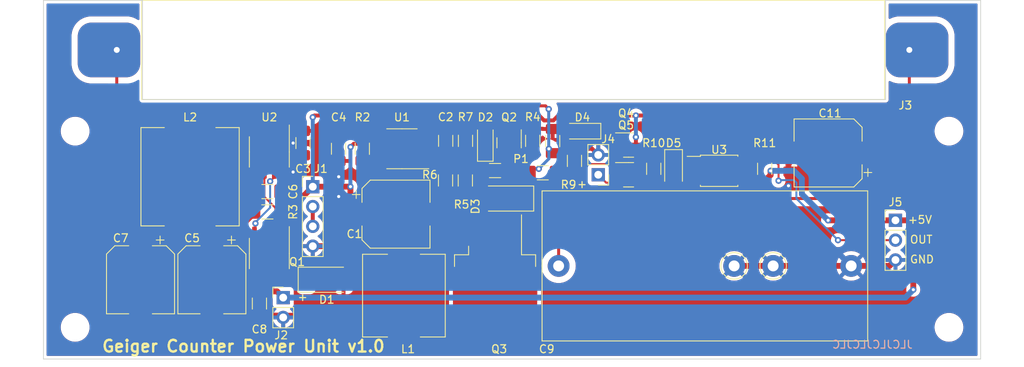
<source format=kicad_pcb>
(kicad_pcb (version 20221018) (generator pcbnew)
  (layers (0 "F.Cu" mixed) (31 "B.Cu" mixed) (36 "B.SilkS" user "B.Silkscreen") (37 "F.SilkS" user "F.Silkscreen") (38 "B.Mask" user) (39 "F.Mask" user) (44 "Edge.Cuts" user))
  (net 0 "")
  (net 1 "GND")
  (net 2 "Net-(U1-Vfb)")
  (net 3 "Net-(U1-TC)")
  (net 4 "Net-(D1-K)")
  (net 5 "Net-(D2-A)")
  (net 6 "Net-(J1-Pin_2)")
  (net 7 "Net-(U1-DC)")
  (net 8 "Net-(U2-REF)")
  (net 9 "+5V")
  (net 10 "VCC")
  (net 11 "/HV")
  (net 12 "Net-(D4-K)")
  (net 13 "Net-(D2-K)")
  (net 14 "Net-(D3-A)")
  (net 15 "Net-(D5-A)")
  (net 16 "Net-(J4-Pin_1)")
  (net 17 "Net-(P1-Pad2)")
  (net 18 "Net-(U2-CS)")
  (net 19 "Net-(Q1-G)")
  (net 20 "Net-(Q3-G)")
  (net 21 "Net-(Q4-E)")
  (net 22 "Net-(J5-Pin_2)")
  (net 23 "/HV2")
  (footprint "Sidolux:STS-5" (layer "F.Cu") (at 171.196 28.448 180)
    (fp_text reference "J3")
    (fp_text value "STS-5")
  )
  (footprint "Diode_SMD:D_MELF" (layer "F.Cu") (at 119.634 47.498 180)
    (fp_text reference "D3")
    (fp_text value "SUF4007")
  )
  (footprint "Capacitor_SMD:C_1206_3216Metric_Pad1.33x1.80mm_HandSolder" (layer "F.Cu") (at 111.76 40.102 90)
    (fp_text reference "C2")
    (fp_text value "3.3nF")
  )
  (footprint "Diode_SMD:D_MELF" (layer "F.Cu") (at 96.266 57.912)
    (fp_text reference "D1")
    (fp_text value "VSSAF3L63-M3/H")
  )
  (footprint "Connector_PinHeader_2.54mm:PinHeader_1x03_P2.54mm_Vertical" (layer "F.Cu") (at 169.418 50.292)
    (fp_text reference "J5")
    (fp_text value "Output")
  )
  (footprint "LED_SMD:LED_1206_3216Metric_Pad1.42x1.75mm_HandSolder" (layer "F.Cu") (at 140.97 43.688 -90)
    (fp_text reference "D5")
    (fp_text value "LED")
  )
  (footprint "MountingHole:MountingHole_3.2mm_M3" (layer "F.Cu") (at 64.262 64.008)
    (fp_text reference "REF**" hide)
    (fp_text value "MountingHole_3.2mm_M3")
  )
  (footprint "Resistor_SMD:R_1206_3216Metric_Pad1.30x1.75mm_HandSolder" (layer "F.Cu") (at 125.476 40.132 90)
    (fp_text reference "R8" hide)
    (fp_text value "4.7M")
  )
  (footprint "Capacitor_SMD:C_1206_3216Metric_Pad1.33x1.80mm_HandSolder" (layer "F.Cu") (at 124.206 44.196 180)
    (fp_text reference "C10" hide)
    (fp_text value "68pF")
  )
  (footprint "Resistor_SMD:R_1206_3216Metric_Pad1.30x1.75mm_HandSolder" (layer "F.Cu") (at 122.917 40.102 90)
    (fp_text reference "R4")
    (fp_text value "1k")
  )
  (footprint "Capacitor_SMD:CP_Elec_8x10.5" (layer "F.Cu") (at 72.644 57.912 -90)
    (fp_text reference "C7")
    (fp_text value "330uF")
  )
  (footprint "Resistor_SMD:R_1206_3216Metric_Pad1.30x1.75mm_HandSolder" (layer "F.Cu") (at 128.27 42.672 90)
    (fp_text reference "R9")
    (fp_text value "4.7M")
  )
  (footprint "MountingHole:MountingHole_3.2mm_M3" (layer "F.Cu") (at 176.276 38.862)
    (fp_text reference "REF**" hide)
    (fp_text value "MountingHole_3.2mm_M3")
  )
  (footprint "Package_TO_SOT_SMD:SOT-23" (layer "F.Cu") (at 119.888 40.356 -90)
    (fp_text reference "Q2")
    (fp_text value "BC857")
  )
  (footprint "MountingHole:MountingHole_3.2mm_M3" (layer "F.Cu") (at 176.276 64.008)
    (fp_text reference "REF**" hide)
    (fp_text value "MountingHole_3.2mm_M3")
  )
  (footprint "Resistor_SMD:R_1206_3216Metric_Pad1.30x1.75mm_HandSolder" (layer "F.Cu") (at 88.9 49.211)
    (fp_text reference "R3")
    (fp_text value "2")
  )
  (footprint "Capacitor_SMD:C_1206_3216Metric_Pad1.33x1.80mm_HandSolder" (layer "F.Cu") (at 87.884 60.96 90)
    (fp_text reference "C8")
    (fp_text value "100nF")
  )
  (footprint "Inductor_SMD:L_10.4x10.4_H4.8" (layer "F.Cu") (at 106.407 59.944 -90)
    (fp_text reference "L1")
    (fp_text value "470uH")
  )
  (footprint "Capacitor_SMD:CP_Elec_8x10.5" (layer "F.Cu") (at 160.782 41.656 180)
    (fp_text reference "C11")
    (fp_text value "100uF/16V")
  )
  (footprint "Package_SO:SOIC-8_3.9x4.9mm_P1.27mm" (layer "F.Cu") (at 106.153 41.118 180)
    (fp_text reference "U1")
    (fp_text value "MC34063AD")
  )
  (footprint "Capacitor_SMD:C_1206_3216Metric_Pad1.33x1.80mm_HandSolder" (layer "F.Cu") (at 88.9 46.606)
    (fp_text reference "C6")
    (fp_text value "100nF")
  )
  (footprint "Capacitor_SMD:C_1206_3216Metric_Pad1.33x1.80mm_HandSolder" (layer "F.Cu") (at 98.025 41.118 -90)
    (fp_text reference "C4")
    (fp_text value "1nF")
  )
  (footprint "Package_SO:SO-4_4.4x3.6mm_P2.54mm" (layer "F.Cu") (at 146.812 43.942)
    (fp_text reference "U3")
    (fp_text value "LTV-356T")
  )
  (footprint "Capacitor_SMD:CP_Elec_8x10.5" (layer "F.Cu") (at 81.788 57.912 -90)
    (fp_text reference "C5")
    (fp_text value "470uF")
  )
  (footprint "Resistor_SMD:R_1206_3216Metric_Pad1.30x1.75mm_HandSolder" (layer "F.Cu") (at 101.073 41.118 -90)
    (fp_text reference "R2")
    (fp_text value "2")
  )
  (footprint "TestPoint:TestPoint_Loop_D2.60mm_Drill1.4mm_Beaded" (layer "F.Cu") (at 153.738 56.134)
    (fp_text reference "TP2" hide)
    (fp_text value "TestPoint")
  )
  (footprint "Resistor_SMD:R_1206_3216Metric_Pad1.30x1.75mm_HandSolder" (layer "F.Cu") (at 118.091 43.912 180)
    (fp_text reference "P1")
    (fp_text value "500k")
  )
  (footprint "Package_SO:SO-8_3.9x4.9mm_P1.27mm" (layer "F.Cu") (at 89.154 41.526 -90)
    (fp_text reference "U2")
    (fp_text value "MAX649")
  )
  (footprint "Connector_PinHeader_2.54mm:PinHeader_1x02_P2.54mm_Vertical" (layer "F.Cu") (at 131.318 44.45 180)
    (fp_text reference "J4")
    (fp_text value "Piezo")
  )
  (footprint "Package_TO_SOT_SMD:SOT-23" (layer "F.Cu") (at 135.2065 40.64)
    (fp_text reference "Q4")
    (fp_text value "BC847")
  )
  (footprint "Capacitor_SMD:C_1206_3216Metric_Pad1.33x1.80mm_HandSolder" (layer "F.Cu") (at 93.472 40.386 90)
    (fp_text reference "C3")
    (fp_text value "100nF")
  )
  (footprint "Package_TO_SOT_SMD:TO-263-2" (layer "F.Cu") (at 118.091 59.533 -90)
    (fp_text reference "Q3")
    (fp_text value "IRFBC40SPBF")
  )
  (footprint "Diode_SMD:D_SOD-123" (layer "F.Cu") (at 116.84 40.356 90)
    (fp_text reference "D2")
    (fp_text value "1N4148W")
  )
  (footprint "Resistor_SMD:R_1206_3216Metric_Pad1.30x1.75mm_HandSolder" (layer "F.Cu") (at 114.3 40.102 90)
    (fp_text reference "R7")
    (fp_text value "10k")
  )
  (footprint "Resistor_SMD:R_1206_3216Metric_Pad1.30x1.75mm_HandSolder" (layer "F.Cu") (at 152.654 43.688 90)
    (fp_text reference "R11")
    (fp_text value "10k")
  )
  (footprint "Package_TO_SOT_SMD:SOT-23" (layer "F.Cu") (at 135.2065 44.45)
    (fp_text reference "Q5")
    (fp_text value "BC847")
  )
  (footprint "Inductor_SMD:L_12x12mm_H6mm" (layer "F.Cu") (at 78.994 44.704 90)
    (fp_text reference "L2")
    (fp_text value "22uH")
  )
  (footprint "Package_SO:SOIC-8_3.9x4.9mm_P1.27mm" (layer "F.Cu") (at 89.154 54.545 -90)
    (fp_text reference "Q1")
    (fp_text value "IRF7404")
  )
  (footprint "Connector_PinHeader_2.54mm:PinHeader_1x04_P2.54mm_Vertical" (layer "F.Cu") (at 94.723 45.984)
    (fp_text reference "J1")
    (fp_text value "Power")
  )
  (footprint "Resistor_SMD:R_1206_3216Metric_Pad1.30x1.75mm_HandSolder" (layer "F.Cu") (at 111.741 45.182 90)
    (fp_text reference "R6")
    (fp_text value "3.3M")
  )
  (footprint "Connector_PinHeader_2.54mm:PinHeader_1x02_P2.54mm_Vertical" (layer "F.Cu") (at 90.932 60.198)
    (fp_text reference "J2")
    (fp_text value "+5V Output")
  )
  (footprint "Resistor_SMD:R_1206_3216Metric_Pad1.30x1.75mm_HandSolder" (layer "F.Cu") (at 138.43 43.688 -90)
    (fp_text reference "R10")
    (fp_text value "680")
  )
  (footprint "Resistor_SMD:R_1206_3216Metric_Pad1.30x1.75mm_HandSolder" (layer "F.Cu") (at 114.281 45.182 -90)
    (fp_text reference "R5")
    (fp_text value "20")
  )
  (footprint "TestPoint:TestPoint_Loop_D2.60mm_Drill1.4mm_Beaded" (layer "F.Cu") (at 148.738 56.134)
    (fp_text reference "TP1" hide)
    (fp_text value "TestPoint")
  )
  (footprint "MountingHole:MountingHole_3.2mm_M3" (layer "F.Cu") (at 64.262 38.862)
    (fp_text reference "REF**" hide)
    (fp_text value "MountingHole_3.2mm_M3")
  )
  (footprint "Diode_SMD:D_SOD-123" (layer "F.Cu") (at 129.286 38.862 180)
    (fp_text reference "D4")
    (fp_text value "BZT52C9V1")
  )
  (footprint "Capacitor_THT:C_Rect_L41.5mm_W19.0mm_P37.50mm_MKS4" (layer "F.Cu") (at 126.238 56.134)
    (fp_text reference "C9")
    (fp_text value "220nF/600VAC")
  )
  (footprint "Capacitor_SMD:CP_Elec_8x10.5" (layer "F.Cu") (at 105.391 49.5)
    (fp_text reference "C1")
    (fp_text value "470uF")
  )
  (gr_line (start 180.34 68.072) (end 60.198 68.072) (stroke (width 0.1)) (layer "Edge.Cuts"))
  (gr_line (start 60.198 22.098) (end 72.898 22.098) (stroke (width 0.1)) (layer "Edge.Cuts"))
  (gr_line (start 168.148 34.798) (end 168.148 22.098) (stroke (width 0.1)) (layer "Edge.Cuts"))
  (gr_line (start 180.34 22.098) (end 180.34 68.072) (stroke (width 0.1)) (layer "Edge.Cuts"))
  (gr_line (start 72.898 22.098) (end 72.898 34.798) (stroke (width 0.1)) (layer "Edge.Cuts"))
  (gr_line (start 72.898 34.798) (end 168.148 34.798) (stroke (width 0.1)) (layer "Edge.Cuts"))
  (gr_line (start 168.148 22.098) (end 180.34 22.098) (stroke (width 0.1)) (layer "Edge.Cuts"))
  (gr_line (start 60.198 68.072) (end 60.198 22.098) (stroke (width 0.1)) (layer "Edge.Cuts"))
  (gr_text "JLCJLCJLCJLC" (at 171.704 66.802) (layer "B.SilkS") (effects (font (size 1 1)) (justify left bottom mirror)))
  (gr_text "GND" (at 171.196 55.88) (layer "F.SilkS") (effects (font (size 1 1)) (justify left bottom)))
  (gr_text "OUT" (at 171.196 53.34) (layer "F.SilkS") (effects (font (size 1 1)) (justify left bottom)))
  (gr_text "+" (at 128.524 46.228) (layer "F.SilkS") (effects (font (size 1 1)) (justify left bottom)))
  (gr_text "+" (at 92.71 60.706) (layer "F.SilkS") (effects (font (size 1 1)) (justify left bottom)))
  (gr_text "Geiger Counter Power Unit v1.0" (at 67.564 67.31) (layer "F.SilkS") (effects (font (size 1.5 1.5) (thickness 0.3) bold) (justify left bottom)))
  (gr_text "+5V" (at 170.942 50.8) (layer "F.SilkS") (effects (font (size 1 1)) (justify left bottom)))
  (segment (start 138.684 38.354) (end 140.97 40.64) (width 0.508) (layer "F.Cu") (net 1))
  (segment (start 148.336 45.212) (end 149.962 45.212) (width 0.508) (layer "F.Cu") (net 1))
  (segment (start 98.025 47.263) (end 98.025 53.604) (width 0.75) (layer "F.Cu") (net 1))
  (segment (start 93.472 38.8235) (end 93.472 40.386) (width 0.254) (layer "F.Cu") (net 1))
  (segment (start 89.662 62.5225) (end 94.0555 62.5225) (width 0.75) (layer "F.Cu") (net 1))
  (segment (start 98.025 57.271) (end 98.666 57.912) (width 0.75) (layer "F.Cu") (net 1))
  (segment (start 109.455 57.404) (end 108.693 58.166) (width 0.75) (layer "F.Cu") (net 1))
  (segment (start 108.628 39.213) (end 108.628 37.765) (width 0.508) (layer "F.Cu") (net 1))
  (segment (start 93.98 40.386) (end 94.996 41.402) (width 0.254) (layer "F.Cu") (net 1))
  (segment (start 155.702 43.036) (end 157.082 41.656) (width 0.75) (layer "F.Cu") (net 1))
  (segment (start 127.636 38.862) (end 127.873 38.862) (width 0.508) (layer "F.Cu") (net 1))
  (segment (start 108.628 37.765) (end 108.712 37.681) (width 0.508) (layer "F.Cu") (net 1))
  (segment (start 92.202 40.386) (end 93.472 40.386) (width 0.254) (layer "F.Cu") (net 1))
  (segment (start 118.872 37.681) (end 122.046 37.681) (width 0.75) (layer "F.Cu") (net 1))
  (segment (start 130.645749 37.592) (end 131.572 37.592) (width 0.508) (layer "F.Cu") (net 1))
  (segment (start 128.27 41.122) (end 130.53 41.122) (width 0.508) (layer "F.Cu") (net 1))
  (segment (start 93.472 40.386) (end 93.98 40.386) (width 0.254) (layer "F.Cu") (net 1))
  (segment (start 168.656 56.134) (end 169.418 55.372) (width 0.75) (layer "F.Cu") (net 1))
  (segment (start 98.044 47.244) (end 98.025 47.263) (width 0.75) (layer "F.Cu") (net 1))
  (segment (start 129.794 40.386) (end 129.794 38.443749) (width 0.508) (layer "F.Cu") (net 1))
  (segment (start 130.53 41.122) (end 131.318 41.91) (width 0.508) (layer "F.Cu") (net 1))
  (segment (start 155.702 45.862) (end 155.702 43.036) (width 0.75) (layer "F.Cu") (net 1))
  (segment (start 129.794 38.443749) (end 130.645749 37.592) (width 0.508) (layer "F.Cu") (net 1))
  (segment (start 96.266 38.862) (end 96.266 41.421) (width 0.75) (layer "F.Cu") (net 1))
  (segment (start 89.789 38.951) (end 89.789 39.23058) (width 0.254) (layer "F.Cu") (net 1))
  (segment (start 89.789 39.23058) (end 90.94442 40.386) (width 0.254) (layer "F.Cu") (net 1))
  (segment (start 109.455 49.864) (end 109.455 57.404) (width 0.75) (layer "F.Cu") (net 1))
  (segment (start 118.938 39.4185) (end 118.938 37.747) (width 0.508) (layer "F.Cu") (net 1))
  (segment (start 88.519 38.951) (end 89.789 38.951) (width 0.254) (layer "F.Cu") (net 1))
  (segment (start 96.247 41.402) (end 96.501 41.656) (width 0.254) (layer "F.Cu") (net 1))
  (segment (start 131.572 37.592) (end 132.334 38.354) (width 0.508) (layer "F.Cu") (net 1))
  (segment (start 97.5255 42.6805) (end 96.501 41.656) (width 0.75) (layer "F.Cu") (net 1))
  (segment (start 87.884 62.5225) (end 89.662 62.5225) (width 0.75) (layer "F.Cu") (net 1))
  (segment (start 131.318 41.91) (end 129.794 40.386) (width 0.508) (layer "F.Cu") (net 1))
  (segment (start 113.519 49.5) (end 115.551 51.532) (width 0.508) (layer "F.Cu") (net 1))
  (segment (start 140.97 40.64) (end 140.97 42.2005) (width 0.508) (layer "F.Cu") (net 1))
  (segment (start 109.599 49.5) (end 113.519 49.5) (width 0.508) (layer "F.Cu") (net 1))
  (segment (start 87.884 62.5225) (end 73.5545 62.5225) (width 0.75) (layer "F.Cu") (net 1))
  (segment (start 125.446 38.552) (end 125.476 38.582) (width 0.508) (layer "F.Cu") (net 1))
  (segment (start 127.636 40.488) (end 128.27 41.122) (width 0.508) (layer "F.Cu") (net 1))
  (segment (start 109.091 49.5) (end 109.455 49.864) (width 0.75) (layer "F.Cu") (net 1))
  (segment (start 108.693 58.166) (end 103.105 58.166) (width 0.75) (layer "F.Cu") (net 1))
  (segment (start 147.32 40.64) (end 147.32 44.196) (width 0.508) (layer "F.Cu") (net 1))
  (segment (start 90.7165 62.5225) (end 90.932 62.738) (width 0.75) (layer "F.Cu") (net 1))
  (segment (start 97.447 37.681) (end 96.266 38.862) (width 0.75) (layer "F.Cu") (net 1))
  (segment (start 91.059 44.101) (end 92.202 44.101) (width 0.254) (layer "F.Cu") (net 1))
  (segment (start 90.94442 40.386) (end 92.202 40.386) (width 0.254) (layer "F.Cu") (net 1))
  (segment (start 148.738 56.134) (end 163.738 56.134) (width 0.75) (layer "F.Cu") (net 1))
  (segment (start 96.266 41.421) (end 96.501 41.656) (width 0.75) (layer "F.Cu") (net 1))
  (segment (start 156.066 40.64) (end 157.082 41.656) (width 0.508) (layer "F.Cu") (net 1))
  (segment (start 98.025 53.604) (end 98.025 57.271) (width 0.75) (layer "F.Cu") (net 1))
  (segment (start 98.025 42.6805) (end 97.5255 42.6805) (width 0.508) (layer "F.Cu") (net 1))
  (segment (start 103.105 58.166) (end 98.543 53.604) (width 0.75) (layer "F.Cu") (net 1))
  (segment (start 91.059 46.0095) (end 90.4625 46.606) (width 0.254) (layer "F.Cu") (net 1))
  (segment (start 91.059 44.101) (end 91.059 46.0095) (width 0.254) (layer "F.Cu") (net 1))
  (segment (start 140.97 40.64) (end 147.32 40.64) (width 0.508) (layer "F.Cu") (net 1))
  (segment (start 118.938 37.747) (end 118.872 37.681) (width 0.508) (layer "F.Cu") (net 1))
  (segment (start 132.334 38.354) (end 138.684 38.354) (width 0.508) (layer "F.Cu") (net 1))
  (segment (start 73.5545 62.5225) (end 72.644 61.612) (width 0.75) (layer "F.Cu") (net 1))
  (segment (start 163.738 56.134) (end 168.656 56.134) (width 0.75) (layer "F.Cu") (net 1))
  (segment (start 108.712 37.681) (end 118.872 37.681) (width 0.75) (layer "F.Cu") (net 1))
  (segment (start 94.0555 62.5225) (end 98.666 57.912) (width 0.75) (layer "F.Cu") (net 1))
  (segment (start 94.996 41.402) (end 96.247 41.402) (width 0.254) (layer "F.Cu") (net 1))
  (segment (start 108.712 37.681) (end 97.447 37.681) (width 0.75) (layer "F.Cu") (net 1))
  (segment (start 114.0145 38.5395) (end 114.027 38.552) (width 0.508) (layer "F.Cu") (net 1))
  (segment (start 89.662 62.5225) (end 90.7165 62.5225) (width 0.75) (layer "F.Cu") (net 1))
  (segment (start 147.32 44.196) (end 148.336 45.212) (width 0.508) (layer "F.Cu") (net 1))
  (segment (start 122.046 37.681) (end 122.917 38.552) (width 0.75) (layer "F.Cu") (net 1))
  (segment (start 98.543 53.604) (end 98.025 53.604) (width 0.75) (layer "F.Cu") (net 1))
  (segment (start 127.636 38.862) (end 127.636 40.488) (width 0.508) (layer "F.Cu") (net 1))
  (segment (start 147.32 40.64) (end 156.066 40.64) (width 0.508) (layer "F.Cu") (net 1))
  (segment (start 98.025 42.6805) (end 98.025 44.678) (width 0.508) (layer "F.Cu") (net 1))
  (segment (start 94.723 53.604) (end 98.025 53.604) (width 0.75) (layer "F.Cu") (net 1))
  (via (at 98.044 44.704) (size 0.8) (drill 0.4) (layers "F.Cu" "B.Cu") (net 1))
  (via (at 98.044 47.244) (size 0.8) (drill 0.4) (layers "F.Cu" "B.Cu") (net 1))
  (via (at 155.702 45.862) (size 0.8) (drill 0.4) (layers "F.Cu" "B.Cu") (net 1))
  (via (at 92.202 44.101) (size 0.8) (drill 0.4) (layers "F.Cu" "B.Cu") (net 1))
  (via (at 92.202 40.386) (size 0.8) (drill 0.4) (layers "F.Cu" "B.Cu") (net 1))
  (segment (start 98.044 47.244) (end 98.044 44.704) (width 0.75) (layer "B.Cu") (net 1))
  (segment (start 155.702 45.862) (end 155.702 48.098) (width 0.75) (layer "B.Cu") (net 1))
  (segment (start 92.202 44.101) (end 92.202 40.386) (width 0.254) (layer "B.Cu") (net 1))
  (segment (start 155.702 48.098) (end 163.738 56.134) (width 0.75) (layer "B.Cu") (net 1))
  (segment (start 103.678 39.213) (end 103.678 39.151) (width 0.25) (layer "F.Cu") (net 2))
  (segment (start 109.649751 42.398) (end 110.883751 43.632) (width 0.25) (layer "F.Cu") (net 2))
  (segment (start 103.12 38.593) (end 98.9875 38.593) (width 0.25) (layer "F.Cu") (net 2))
  (segment (start 107.626248 42.398) (end 109.649751 42.398) (width 0.25) (layer "F.Cu") (net 2))
  (segment (start 112.32 43.632) (end 114.3 41.652) (width 0.25) (layer "F.Cu") (net 2))
  (segment (start 104.441249 39.213) (end 107.626248 42.398) (width 0.25) (layer "F.Cu") (net 2))
  (segment (start 103.678 39.151) (end 103.12 38.593) (width 0.25) (layer "F.Cu") (net 2))
  (segment (start 98.9875 38.593) (end 98.025 39.5555) (width 0.25) (layer "F.Cu") (net 2))
  (segment (start 104.441249 39.213) (end 103.678 39.213) (width 0.25) (layer "F.Cu") (net 2))
  (segment (start 110.883751 43.632) (end 111.741 43.632) (width 0.25) (layer "F.Cu") (net 2))
  (segment (start 111.741 43.632) (end 112.32 43.632) (width 0.25) (layer "F.Cu") (net 2))
  (segment (start 110.5785 40.483) (end 111.76 41.6645) (width 0.25) (layer "F.Cu") (net 3))
  (segment (start 108.628 40.483) (end 110.5785 40.483) (width 0.25) (layer "F.Cu") (net 3))
  (segment (start 87.249 57.02) (end 91.059 57.02) (width 0.508) (layer "F.Cu") (net 4))
  (segment (start 91.951 57.912) (end 91.059 57.02) (width 0.508) (layer "F.Cu") (net 4))
  (segment (start 79.886 57.02) (end 79.883 57.023) (width 0.25) (layer "F.Cu") (net 4))
  (segment (start 78.994 56.134) (end 79.883 57.023) (width 0.508) (layer "F.Cu") (net 4))
  (segment (start 93.866 57.912) (end 91.951 57.912) (width 0.508) (layer "F.Cu") (net 4))
  (segment (start 87.249 57.02) (end 79.886 57.02) (width 0.508) (layer "F.Cu") (net 4))
  (segment (start 78.994 49.654) (end 78.994 56.134) (width 0.508) (layer "F.Cu") (net 4))
  (segment (start 120.353749 39.4185) (end 119.132249 40.64) (width 0.25) (layer "F.Cu") (net 5))
  (segment (start 122.917 41.4975) (end 120.838 39.4185) (width 0.25) (layer "F.Cu") (net 5))
  (segment (start 107.462 39.858) (end 115.688 39.858) (width 0.25) (layer "F.Cu") (net 5))
  (segment (start 119.132249 40.64) (end 118.618 40.64) (width 0.25) (layer "F.Cu") (net 5))
  (segment (start 115.688 39.858) (end 116.84 38.706) (width 0.25) (layer "F.Cu") (net 5))
  (segment (start 106.934 40.386) (end 107.462 39.858) (width 0.25) (layer "F.Cu") (net 5))
  (segment (start 107.617644 41.753) (end 106.934 41.069356) (width 0.25) (layer "F.Cu") (net 5))
  (segment (start 118.618 40.64) (end 116.84 38.862) (width 0.25) (layer "F.Cu") (net 5))
  (segment (start 120.838 39.4185) (end 120.353749 39.4185) (width 0.25) (layer "F.Cu") (net 5))
  (segment (start 116.84 38.862) (end 116.84 38.706) (width 0.25) (layer "F.Cu") (net 5))
  (segment (start 122.917 41.652) (end 122.917 41.4975) (width 0.25) (layer "F.Cu") (net 5))
  (segment (start 106.934 41.069356) (end 106.934 40.386) (width 0.25) (layer "F.Cu") (net 5))
  (segment (start 108.628 41.753) (end 107.617644 41.753) (width 0.25) (layer "F.Cu") (net 5))
  (segment (start 94.723 51.064) (end 94.723 48.524) (width 0.508) (layer "F.Cu") (net 6))
  (segment (start 101.073 42.668) (end 101.428 43.023) (width 0.25) (layer "F.Cu") (net 7))
  (segment (start 105.899 43.023) (end 108.628 43.023) (width 0.508) (layer "F.Cu") (net 7))
  (segment (start 103.678 43.023) (end 105.899 43.023) (width 0.508) (layer "F.Cu") (net 7))
  (segment (start 105.899 51.562) (end 105.899 43.023) (width 0.508) (layer "F.Cu") (net 7))
  (segment (start 106.407 52.07) (end 105.899 51.562) (width 0.508) (layer "F.Cu") (net 7))
  (segment (start 106.407 55.794) (end 106.407 52.07) (width 0.508) (layer "F.Cu") (net 7))
  (segment (start 103.678 41.753) (end 103.678 43.023) (width 0.508) (layer "F.Cu") (net 7))
  (segment (start 101.428 43.023) (end 103.678 43.023) (width 0.508) (layer "F.Cu") (net 7))
  (segment (start 87.249 39.227751) (end 89.969749 41.9485) (width 0.25) (layer "F.Cu") (net 8))
  (segment (start 87.249 38.951) (end 87.249 39.227751) (width 0.25) (layer "F.Cu") (net 8))
  (segment (start 89.969749 41.9485) (end 93.472 41.9485) (width 0.25) (layer "F.Cu") (net 8))
  (segment (start 76.598 58.166) (end 83.6045 58.166) (width 0.75) (layer "F.Cu") (net 9))
  (segment (start 90.424 37.338) (end 86.868 37.338) (width 0.25) (layer "F.Cu") (net 9))
  (segment (start 84.074 47.498) (end 76.327 47.498) (width 0.25) (layer "F.Cu") (net 9))
  (segment (start 160.782 50.292) (end 169.418 50.292) (width 0.75) (layer "F.Cu") (net 9))
  (segment (start 171.704 51.054) (end 171.704 59.182) (width 0.75) (layer "F.Cu") (net 9))
  (segment (start 75.057 51.799) (end 72.644 54.212) (width 0.25) (layer "F.Cu") (net 9))
  (segment (start 75.057 48.768) (end 75.057 51.799) (width 0.25) (layer "F.Cu") (net 9))
  (segment (start 171.704 51.054) (end 170.942 50.292) (width 0.75) (layer "F.Cu") (net 9))
  (segment (start 83.6045 58.166) (end 84.836 59.3975) (width 0.75) (layer "F.Cu") (net 9))
  (segment (start 84.836 59.3975) (end 87.884 59.3975) (width 0.75) (layer "F.Cu") (net 9))
  (segment (start 86.106 38.1) (end 86.106 45.466) (width 0.25) (layer "F.Cu") (net 9))
  (segment (start 90.1315 59.3975) (end 90.932 60.198) (width 0.75) (layer "F.Cu") (net 9))
  (segment (start 78.994 39.754) (end 72.644 46.104) (width 0.75) (layer "F.Cu") (net 9))
  (segment (start 72.644 46.104) (end 72.644 54.212) (width 0.75) (layer "F.Cu") (net 9))
  (segment (start 170.942 50.292) (end 169.418 50.292) (width 0.75) (layer "F.Cu") (net 9))
  (segment (start 86.106 45.466) (end 84.074 47.498) (width 0.25) (layer "F.Cu") (net 9))
  (segment (start 72.644 54.212) (end 76.598 58.166) (width 0.75) (layer "F.Cu") (net 9))
  (segment (start 86.868 37.338) (end 86.106 38.1) (width 0.25) (layer "F.Cu") (net 9))
  (segment (start 87.884 59.3975) (end 90.1315 59.3975) (width 0.75) (layer "F.Cu") (net 9))
  (segment (start 91.059 37.973) (end 90.424 37.338) (width 0.25) (layer "F.Cu") (net 9))
  (segment (start 153.416 44.476) (end 152.654 45.238) (width 0.75) (layer "F.Cu") (net 9))
  (segment (start 76.327 47.498) (end 75.057 48.768) (width 0.25) (layer "F.Cu") (net 9))
  (segment (start 91.059 38.951) (end 91.059 37.973) (width 0.25) (layer "F.Cu") (net 9))
  (segment (start 153.416 43.946299) (end 153.416 44.476) (width 0.75) (layer "F.Cu") (net 9))
  (via (at 171.704 59.182) (size 0.8) (drill 0.4) (layers "F.Cu" "B.Cu") (net 9))
  (via (at 153.416 43.946299) (size 0.8) (drill 0.4) (layers "F.Cu" "B.Cu") (net 9))
  (via (at 160.782 50.292) (size 0.8) (drill 0.4) (layers "F.Cu" "B.Cu") (net 9))
  (segment (start 157.418 46.928) (end 157.418 44.958) (width 0.75) (layer "B.Cu") (net 9))
  (segment (start 156.406299 43.946299) (end 153.416 43.946299) (width 0.75) (layer "B.Cu") (net 9))
  (segment (start 90.932 60.198) (end 170.688 60.198) (width 0.75) (layer "B.Cu") (net 9))
  (segment (start 170.688 60.198) (end 171.704 59.182) (width 0.75) (layer "B.Cu") (net 9))
  (segment (start 157.418 44.958) (end 156.406299 43.946299) (width 0.75) (layer "B.Cu") (net 9))
  (segment (start 160.782 50.292) (end 157.418 46.928) (width 0.75) (layer "B.Cu") (net 9))
  (segment (start 123.74089 36.856) (end 124.36739 37.4825) (width 0.5) (layer "F.Cu") (net 10))
  (segment (start 86.106 53.848) (end 86.106 53.783) (width 0.75) (layer "F.Cu") (net 10))
  (segment (start 96.501 45.974) (end 96.491 45.984) (width 0.75) (layer "F.Cu") (net 10))
  (segment (start 94.723 45.984) (end 92.202 48.505) (width 0.75) (layer "F.Cu") (net 10))
  (segment (start 94.951 36.856) (end 123.74089 36.856) (width 0.5) (layer "F.Cu") (net 10))
  (segment (start 92.202 48.505) (end 92.202 53.021) (width 0.75) (layer "F.Cu") (net 10))
  (segment (start 161.282974 41.656) (end 164.482 41.656) (width 0.5) (layer "F.Cu") (net 10))
  (segment (start 91.44 53.783) (end 86.106 53.783) (width 0.75) (layer "F.Cu") (net 10))
  (segment (start 99.979 40.483) (end 101.237394 40.483) (width 0.5) (layer "F.Cu") (net 10))
  (segment (start 86.106 50.455) (end 86.106 53.783) (width 0.75) (layer "F.Cu") (net 10))
  (segment (start 124.36739 37.4825) (end 125.56861 37.4825) (width 0.5) (layer "F.Cu") (net 10))
  (segment (start 92.202 53.021) (end 91.44 53.783) (width 0.75) (layer "F.Cu") (net 10))
  (segment (start 101.237394 40.483) (end 103.678 40.483) (width 0.5) (layer "F.Cu") (net 10))
  (segment (start 101.237394 40.483) (end 101.237394 39.732394) (width 0.5) (layer "F.Cu") (net 10))
  (segment (start 126.19511 36.856) (end 138.181606 36.856) (width 0.5) (layer "F.Cu") (net 10))
  (segment (start 99.549 45.974) (end 99.549 47.358) (width 0.75) (layer "F.Cu") (net 10))
  (segment (start 101.237394 39.732394) (end 101.073 39.568) (width 0.5) (layer "F.Cu") (net 10))
  (segment (start 159.562974 39.936) (end 161.282974 41.656) (width 0.5) (layer "F.Cu") (net 10))
  (segment (start 136.144 40.64) (end 136.144 39.624) (width 0.508) (layer "F.Cu") (net 10))
  (segment (start 85.742 54.212) (end 86.106 53.848) (width 0.75) (layer "F.Cu") (net 10))
  (segment (start 138.181606 36.856) (end 141.261606 39.936) (width 0.5) (layer "F.Cu") (net 10))
  (segment (start 125.56861 37.4825) (end 126.19511 36.856) (width 0.5) (layer "F.Cu") (net 10))
  (segment (start 87.249 44.101) (end 87.249 49.11) (width 0.75) (layer "F.Cu") (net 10))
  (segment (start 87.249 46.5175) (end 87.3375 46.606) (width 0.508) (layer "F.Cu") (net 10))
  (segment (start 94.723 37.084) (end 94.951 36.856) (width 0.5) (layer "F.Cu") (net 10))
  (segment (start 99.549 47.358) (end 101.691 49.5) (width 0.75) (layer "F.Cu") (net 10))
  (segment (start 96.491 45.984) (end 94.723 45.984) (width 0.75) (layer "F.Cu") (net 10))
  (segment (start 87.249 49.11) (end 87.35 49.211) (width 0.75) (layer "F.Cu") (net 10))
  (segment (start 81.788 54.212) (end 85.742 54.212) (width 0.75) (layer "F.Cu") (net 10))
  (segment (start 99.568 40.894) (end 99.979 40.483) (width 0.5) (layer "F.Cu") (net 10))
  (segment (start 99.549 45.974) (end 96.501 45.974) (width 0.75) (layer "F.Cu") (net 10))
  (segment (start 136.144 44.45) (end 136.144 40.64) (width 0.508) (layer "F.Cu") (net 10))
  (segment (start 141.261606 39.936) (end 159.562974 39.936) (width 0.5) (layer "F.Cu") (net 10))
  (segment (start 87.35 49.211) (end 86.106 50.455) (width 0.75) (layer "F.Cu") (net 10))
  (via (at 99.568 40.894) (size 0.8) (drill 0.4) (layers "F.Cu" "B.Cu") (net 10))
  (via (at 94.723 37.084) (size 0.8) (drill 0.4) (layers "F.Cu" "B.Cu") (net 10))
  (via (at 136.144 36.856) (size 0.8) (drill 0.4) (layers "F.Cu" "B.Cu") (net 10))
  (via (at 136.144 39.624) (size 0.8) (drill 0.4) (layers "F.Cu" "B.Cu") (net 10))
  (via (at 99.549 45.974) (size 0.8) (drill 0.4) (layers "F.Cu" "B.Cu") (net 10))
  (segment (start 99.549 40.913) (end 99.568 40.894) (width 0.75) (layer "B.Cu") (net 10))
  (segment (start 136.144 39.624) (end 136.144 36.856) (width 0.508) (layer "B.Cu") (net 10))
  (segment (start 94.723 45.984) (end 94.723 37.084) (width 0.5) (layer "B.Cu") (net 10))
  (segment (start 99.549 45.974) (end 99.549 40.913) (width 0.5) (layer "B.Cu") (net 10))
  (segment (start 122.034 47.498) (end 126.238 47.498) (width 0.381) (layer "F.Cu") (net 11))
  (segment (start 119.641 45.105) (end 122.034 47.498) (width 0.381) (layer "F.Cu") (net 11))
  (segment (start 119.641 43.912) (end 119.641 45.105) (width 0.381) (layer "F.Cu") (net 11))
  (segment (start 171.196 42.418) (end 171.196 29.21) (width 0.381) (layer "F.Cu") (net 11))
  (segment (start 126.238 47.498) (end 166.116 47.498) (width 0.381) (layer "F.Cu") (net 11))
  (segment (start 126.238 56.134) (end 126.238 47.498) (width 0.381) (layer "F.Cu") (net 11))
  (segment (start 166.116 47.498) (end 171.196 42.418) (width 0.381) (layer "F.Cu") (net 11))
  (segment (start 133.096 42.418) (end 133.096 39.69) (width 0.25) (layer "F.Cu") (net 12))
  (segment (start 127.99 43.942) (end 128.27 44.222) (width 0.25) (layer "F.Cu") (net 12))
  (segment (start 134.269 39.69) (end 132.334 39.69) (width 0.25) (layer "F.Cu") (net 12))
  (segment (start 125.7685 43.942) (end 127.99 43.942) (width 0.25) (layer "F.Cu") (net 12))
  (segment (start 132.334 39.69) (end 131.764 39.69) (width 0.25) (layer "F.Cu") (net 12))
  (segment (start 128.27 44.222) (end 129.407 43.085) (width 0.25) (layer "F.Cu") (net 12))
  (segment (start 129.407 43.085) (end 132.429 43.085) (width 0.25) (layer "F.Cu") (net 12))
  (segment (start 132.429 43.085) (end 133.096 42.418) (width 0.25) (layer "F.Cu") (net 12))
  (segment (start 133.096 39.69) (end 132.334 39.69) (width 0.25) (layer "F.Cu") (net 12))
  (segment (start 131.764 39.69) (end 130.936 38.862) (width 0.25) (layer "F.Cu") (net 12))
  (segment (start 117.09 41.756) (end 116.84 42.006) (width 0.25) (layer "F.Cu") (net 13))
  (segment (start 114.281 43.632) (end 114.691 43.632) (width 0.25) (layer "F.Cu") (net 13))
  (segment (start 116.236 42.006) (end 116.84 42.006) (width 0.25) (layer "F.Cu") (net 13))
  (segment (start 114.61 43.632) (end 116.236 42.006) (width 0.25) (layer "F.Cu") (net 13))
  (segment (start 119.3525 41.756) (end 117.09 41.756) (width 0.25) (layer "F.Cu") (net 13))
  (segment (start 114.281 43.632) (end 114.61 43.632) (width 0.25) (layer "F.Cu") (net 13))
  (segment (start 119.3525 41.756) (end 119.615 41.4935) (width 0.25) (layer "F.Cu") (net 13))
  (segment (start 118.345 60.428) (end 118.091 60.682) (width 0.25) (layer "F.Cu") (net 14))
  (segment (start 117.124 47.608) (end 116.707 47.608) (width 0.25) (layer "F.Cu") (net 14))
  (segment (start 118.345 48.4895) (end 118.345 60.428) (width 0.508) (layer "F.Cu") (net 14))
  (segment (start 117.234 47.498) (end 117.124 47.608) (width 0.25) (layer "F.Cu") (net 14))
  (segment (start 116.707 47.608) (end 117.4635 47.608) (width 0.508) (layer "F.Cu") (net 14))
  (segment (start 106.407 64.094) (end 114.329 64.094) (width 0.508) (layer "F.Cu") (net 14))
  (segment (start 114.329 64.094) (end 115.316 63.107) (width 0.25) (layer "F.Cu") (net 14))
  (segment (start 117.4635 47.608) (end 118.345 48.4895) (width 0.508) (layer "F.Cu") (net 14))
  (segment (start 138.43 45.238) (end 140.9075 45.238) (width 0.25) (layer "F.Cu") (net 15))
  (segment (start 140.9075 45.238) (end 140.97 45.1755) (width 0.25) (layer "F.Cu") (net 15))
  (segment (start 141.0065 45.212) (end 143.662 45.212) (width 0.25) (layer "F.Cu") (net 15))
  (segment (start 140.97 45.1755) (end 141.0065 45.212) (width 0.25) (layer "F.Cu") (net 15))
  (segment (start 143.342172 42.672) (end 142.326172 43.688) (width 0.25) (layer "F.Cu") (net 16))
  (segment (start 137.23 44.773251) (end 137.23 44.126) (width 0.25) (layer "F.Cu") (net 16))
  (segment (start 136.603251 45.4) (end 137.23 44.773251) (width 0.25) (layer "F.Cu") (net 16))
  (segment (start 131.318 44.45) (end 132.334 45.466) (width 0.25) (layer "F.Cu") (net 16))
  (segment (start 134.269 45.4) (end 136.603251 45.4) (width 0.25) (layer "F.Cu") (net 16))
  (segment (start 137.23 44.126) (end 137.668 43.688) (width 0.25) (layer "F.Cu") (net 16))
  (segment (start 132.334 45.466) (end 134.203 45.466) (width 0.25) (layer "F.Cu") (net 16))
  (segment (start 137.668 43.688) (end 138.43 43.688) (width 0.25) (layer "F.Cu") (net 16))
  (segment (start 138.43 43.688) (end 142.326172 43.688) (width 0.25) (layer "F.Cu") (net 16))
  (segment (start 143.662 42.672) (end 143.342172 42.672) (width 0.25) (layer "F.Cu") (net 16))
  (segment (start 138.43 42.138) (end 138.43 43.688) (width 0.25) (layer "F.Cu") (net 16))
  (segment (start 134.203 45.466) (end 134.269 45.4) (width 0.25) (layer "F.Cu") (net 16))
  (segment (start 115.749 44.704) (end 116.541 43.912) (width 0.25) (layer "F.Cu") (net 17))
  (segment (start 111.741 46.732) (end 113.769 44.704) (width 0.25) (layer "F.Cu") (net 17))
  (segment (start 113.769 44.704) (end 115.749 44.704) (width 0.25) (layer "F.Cu") (net 17))
  (segment (start 89.789 49.872) (end 89.789 52.07) (width 0.508) (layer "F.Cu") (net 18))
  (segment (start 88.519 44.101) (end 88.519 47.28) (width 0.25) (layer "F.Cu") (net 18))
  (segment (start 90.45 49.211) (end 89.789 49.872) (width 0.508) (layer "F.Cu") (net 18))
  (segment (start 88.519 52.07) (end 91.059 52.07) (width 0.508) (layer "F.Cu") (net 18))
  (segment (start 88.519 47.28) (end 90.45 49.211) (width 0.25) (layer "F.Cu") (net 18))
  (segment (start 87.376 51.943) (end 87.249 52.07) (width 0.25) (layer "F.Cu") (net 19))
  (segment (start 87.376 50.6855) (end 87.376 51.943) (width 0.25) (layer "F.Cu") (net 19))
  (segment (start 89.255439 45.292733) (end 89.789 44.759172) (width 0.25) (layer "F.Cu") (net 19))
  (segment (start 89.789 44.759172) (end 89.789 44.101) (width 0.25) (layer "F.Cu") (net 19))
  (via (at 87.376 50.6855) (size 0.8) (drill 0.4) (layers "F.Cu" "B.Cu") (net 19))
  (via (at 89.255439 45.292733) (size 0.8) (drill 0.4) (layers "F.Cu" "B.Cu") (net 19))
  (segment (start 89.255439 48.666561) (end 87.376 50.546) (width 0.25) (layer "B.Cu") (net 19))
  (segment (start 89.255439 45.292733) (end 89.255439 48.666561) (width 0.25) (layer "B.Cu") (net 19))
  (segment (start 87.376 50.546) (end 87.376 50.6855) (width 0.25) (layer "B.Cu") (net 19))
  (segment (start 119.634 50.535) (end 120.631 51.532) (width 0.25) (layer "F.Cu") (net 20))
  (segment (start 118.183 45.285) (end 119.634 46.736) (width 0.25) (layer "F.Cu") (net 20))
  (segment (start 114.281 46.732) (end 115.728 45.285) (width 0.25) (layer "F.Cu") (net 20))
  (segment (start 115.728 45.285) (end 118.183 45.285) (width 0.25) (layer "F.Cu") (net 20))
  (segment (start 119.634 46.736) (end 119.634 50.535) (width 0.25) (layer "F.Cu") (net 20))
  (segment (start 134.269 43.5) (end 134.269 41.59) (width 0.25) (layer "F.Cu") (net 21))
  (segment (start 153.39 42.138) (end 152.654 42.138) (width 0.25) (layer "F.Cu") (net 22))
  (segment (start 162.052 52.832) (end 169.418 52.832) (width 0.25) (layer "F.Cu") (net 22))
  (segment (start 152.12 42.672) (end 152.654 42.138) (width 0.25) (layer "F.Cu") (net 22))
  (segment (start 154.432 43.18) (end 153.39 42.138) (width 0.25) (layer "F.Cu") (net 22))
  (segment (start 154.432 45.212) (end 154.432 43.18) (width 0.25) (layer "F.Cu") (net 22))
  (segment (start 149.962 42.672) (end 152.12 42.672) (width 0.25) (layer "F.Cu") (net 22))
  (via (at 154.432 45.212) (size 0.8) (drill 0.4) (layers "F.Cu" "B.Cu") (net 22))
  (via (at 162.052 52.832) (size 0.8) (drill 0.4) (layers "F.Cu" "B.Cu") (net 22))
  (segment (start 162.052 52.832) (end 156.718 47.498) (width 0.25) (layer "B.Cu") (net 22))
  (segment (start 156.718 47.498) (end 156.718 45.461347) (width 0.25) (layer "B.Cu") (net 22))
  (segment (start 156.718 45.461347) (end 156.393653 45.137) (width 0.25) (layer "B.Cu") (net 22))
  (segment (start 156.393653 45.137) (end 154.507 45.137) (width 0.25) (layer "B.Cu") (net 22))
  (segment (start 154.507 45.137) (end 154.432 45.212) (width 0.25) (layer "B.Cu") (net 22))
  (segment (start 122.8975 43.688) (end 122.6435 43.942) (width 0.381) (layer "F.Cu") (net 23))
  (segment (start 125.476 41.614052) (end 125.476 41.682) (width 0.381) (layer "F.Cu") (net 23))
  (segment (start 69.596 34.29) (end 69.596 28.448) (width 0.381) (layer "F.Cu") (net 23))
  (segment (start 124.968 36.0325) (end 124.551 35.6155) (width 0.381) (layer "F.Cu") (net 23))
  (segment (start 124.985827 41.123879) (end 125.476 41.614052) (width 0.381) (layer "F.Cu") (net 23))
  (segment (start 70.9215 35.6155) (end 69.596 34.29) (width 0.381) (layer "F.Cu") (net 23))
  (segment (start 123.698 43.688) (end 122.8975 43.688) (width 0.381) (layer "F.Cu") (net 23))
  (segment (start 124.551 35.6155) (end 70.9215 35.6155) (width 0.381) (layer "F.Cu") (net 23))
  (via (at 123.698 43.688) (size 0.8) (drill 0.4) (layers "F.Cu" "B.Cu") (net 23))
  (via (at 124.985827 41.123879) (size 0.8) (drill 0.4) (layers "F.Cu" "B.Cu") (net 23))
  (via (at 124.968 36.0325) (size 0.8) (drill 0.4) (layers "F.Cu" "B.Cu") (net 23))
  (segment (start 124.985827 41.123879) (end 124.985827 42.400173) (width 0.381) (layer "B.Cu") (net 23))
  (segment (start 124.985827 42.400173) (end 123.698 43.688) (width 0.381) (layer "B.Cu") (net 23))
  (segment (start 124.968 41.106052) (end 124.985827 41.123879) (width 0.381) (layer "B.Cu") (net 23))
  (segment (start 124.968 36.0325) (end 124.968 41.106052) (width 0.381) (layer "B.Cu") (net 23))
  (zone (net 1) (net_name "GND") (layers "F&B.Cu") (connect_pads (clearance 0.5)) (min_thickness 0.25) (fill yes (thermal_gap 0.5) (thermal_bridge_width 0.5))
    (polygon (pts (xy 60.198 22.098) (xy 72.898 22.098) (xy 72.898 34.798) (xy 168.148 34.798) (xy 168.148 22.098) (xy 180.34 22.098) (xy 180.34 68.072) (xy 60.198 68.072)))
  )
)
</source>
